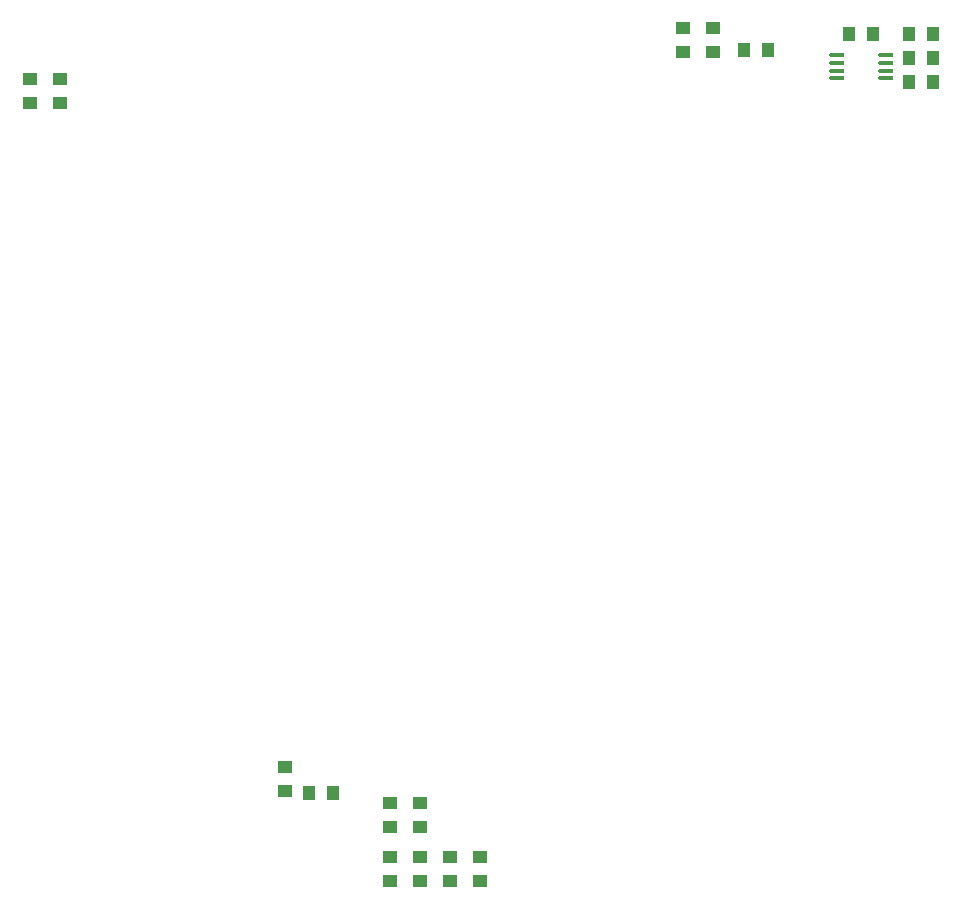
<source format=gtp>
G04 Layer_Color=8421504*
%FSLAX25Y25*%
%MOIN*%
G70*
G01*
G75*
%ADD10R,0.04000X0.05000*%
%ADD11R,0.05000X0.04000*%
%ADD12O,0.05118X0.01575*%
D10*
X-236500Y89000D02*
D03*
X-244500D02*
D03*
X-91500Y336500D02*
D03*
X-99500D02*
D03*
X-56500Y342000D02*
D03*
X-64500D02*
D03*
X-36500D02*
D03*
X-44500D02*
D03*
X-36500Y326000D02*
D03*
X-44500D02*
D03*
X-36500Y334000D02*
D03*
X-44500D02*
D03*
D11*
X-252500Y97500D02*
D03*
Y89500D02*
D03*
X-207500Y59500D02*
D03*
Y67500D02*
D03*
X-197500Y59500D02*
D03*
Y67500D02*
D03*
X-187500Y59500D02*
D03*
Y67500D02*
D03*
X-217500Y59500D02*
D03*
Y67500D02*
D03*
X-207500Y77500D02*
D03*
Y85500D02*
D03*
X-217500Y77500D02*
D03*
Y85500D02*
D03*
X-337500Y327000D02*
D03*
Y319000D02*
D03*
X-327500Y327000D02*
D03*
Y319000D02*
D03*
X-120000Y336000D02*
D03*
Y344000D02*
D03*
X-110000Y336000D02*
D03*
Y344000D02*
D03*
D12*
X-68768Y334839D02*
D03*
Y332279D02*
D03*
Y329720D02*
D03*
Y327161D02*
D03*
X-52232Y334839D02*
D03*
Y332279D02*
D03*
Y329720D02*
D03*
Y327161D02*
D03*
M02*

</source>
